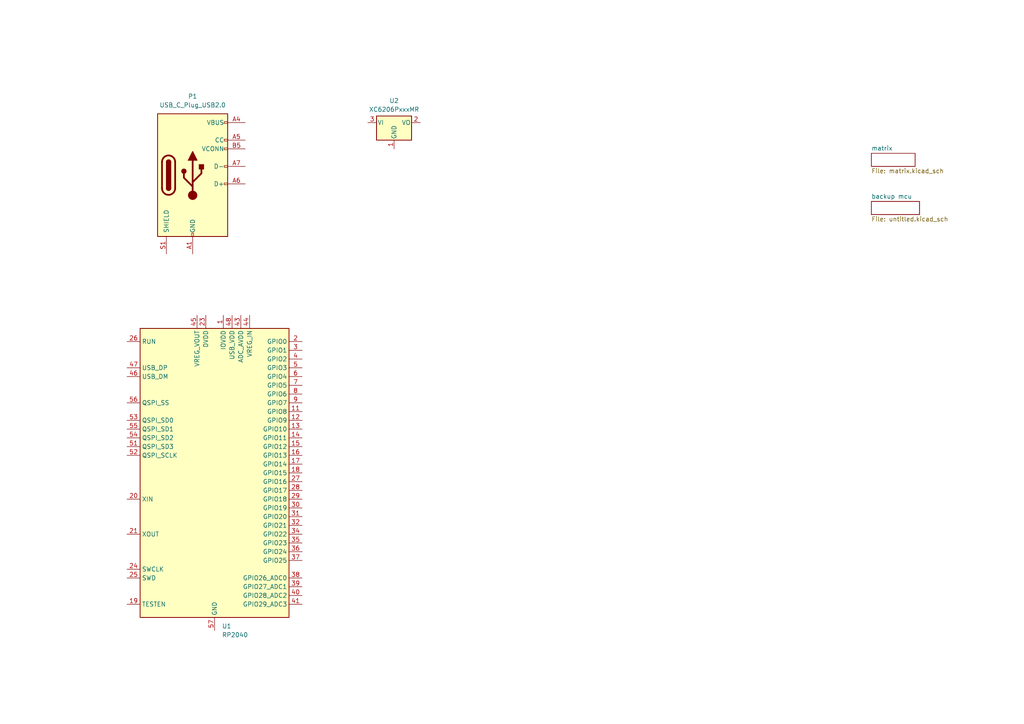
<source format=kicad_sch>
(kicad_sch (version 20250114) (generator "eeschema") (generator_version "9.0")
  (paper "A4")
  (lib_symbols
    (symbol "Connector:USB_C_Plug_USB2.0" (pin_names (offset 1.016))
      (property "Reference" "P" (at -10.16 19.05 0))
      (property "Value" "USB_C_Plug_USB2.0" (at 12.7 19.05 0))
      (symbol "USB_C_Plug_USB2.0_0_0"
        (rectangle (start -0.254 -17.78) (end 0.254 -16.764))
        (rectangle (start 10.16 15.494) (end 9.144 14.986))
        (rectangle (start 10.16 10.414) (end 9.144 9.906))
        (rectangle (start 10.16 7.874) (end 9.144 7.366))
        (rectangle (start 10.16 2.794) (end 9.144 2.286))
        (rectangle (start 10.16 -2.286) (end 9.144 -2.794))
      )
      (symbol "USB_C_Plug_USB2.0_0_1"
        (rectangle (start -10.16 17.78) (end 10.16 -17.78) (stroke (width 0.254)) (fill (type background)))
        (polyline (pts (xy -8.89 -3.81) (xy -8.89 3.81)) (stroke (width 0.508)))
        (rectangle (start -7.62 -3.81) (end -6.35 3.81) (stroke (width 0.254)) (fill (type outline)))
        (arc (start -7.62 3.81) (mid -6.985 4.4423) (end -6.35 3.81) (stroke (width 0.254)))
        (arc (start -7.62 3.81) (mid -6.985 4.4423) (end -6.35 3.81) (stroke (width 0.254)) (fill (type outline)))
        (arc (start -8.89 3.81) (mid -6.985 5.7067) (end -5.08 3.81) (stroke (width 0.508)))
        (arc (start -5.08 -3.81) (mid -6.985 -5.7067) (end -8.89 -3.81) (stroke (width 0.508)))
        (arc (start -6.35 -3.81) (mid -6.985 -4.4423) (end -7.62 -3.81) (stroke (width 0.254)))
        (arc (start -6.35 -3.81) (mid -6.985 -4.4423) (end -7.62 -3.81) (stroke (width 0.254)) (fill (type outline)))
        (polyline (pts (xy -5.08 3.81) (xy -5.08 -3.81)) (stroke (width 0.508)))
        (circle (center -2.54 1.143) (radius 0.635) (stroke (width 0.254)) (fill (type outline)))
        (polyline (pts (xy -1.27 4.318) (xy 0 6.858) (xy 1.27 4.318) (xy -1.27 4.318)) (stroke (width 0.254)) (fill (type outline)))
        (polyline (pts (xy 0 -2.032) (xy 2.54 0.508) (xy 2.54 1.778)) (stroke (width 0.508)))
        (polyline (pts (xy 0 -3.302) (xy -2.54 -0.762) (xy -2.54 0.508)) (stroke (width 0.508)))
        (polyline (pts (xy 0 -5.842) (xy 0 4.318)) (stroke (width 0.508)))
        (circle (center 0 -5.842) (radius 1.27) (fill (type outline)))
        (rectangle (start 1.905 1.778) (end 3.175 3.048) (stroke (width 0.254)) (fill (type outline)))
      )
      (symbol "USB_C_Plug_USB2.0_1_1"
        (pin passive line (at -7.62 -22.86 90) (length 5.08) (name "SHIELD") (number "S1"))
        (pin passive line (at 0 -22.86 90) (length 5.08) (name "GND") (number "A1"))
        (pin passive line (at 0 -22.86 90) (length 5.08) (hide yes) (name "GND") (number "A12"))
        (pin passive line (at 0 -22.86 90) (length 5.08) (hide yes) (name "GND") (number "B1"))
        (pin passive line (at 0 -22.86 90) (length 5.08) (hide yes) (name "GND") (number "B12"))
        (pin passive line (at 15.24 15.24 180) (length 5.08) (name "VBUS") (number "A4"))
        (pin passive line (at 15.24 15.24 180) (length 5.08) (hide yes) (name "VBUS") (number "A9"))
        (pin passive line (at 15.24 15.24 180) (length 5.08) (hide yes) (name "VBUS") (number "B4"))
        (pin passive line (at 15.24 15.24 180) (length 5.08) (hide yes) (name "VBUS") (number "B9"))
        (pin bidirectional line (at 15.24 10.16 180) (length 5.08) (name "CC") (number "A5"))
        (pin bidirectional line (at 15.24 7.62 180) (length 5.08) (name "VCONN") (number "B5"))
        (pin bidirectional line (at 15.24 2.54 180) (length 5.08) (name "D-") (number "A7"))
        (pin bidirectional line (at 15.24 -2.54 180) (length 5.08) (name "D+") (number "A6"))
      )
    )
    (symbol "MCU_RaspberryPi:RP2040"
      (property "Reference" "U" (at 17.78 45.72 0))
      (property "Value" "RP2040" (at 17.78 43.18 0))
      (symbol "RP2040_0_1"
        (rectangle (start -21.59 41.91) (end 21.59 -41.91) (stroke (width 0.254)) (fill (type background)))
      )
      (symbol "RP2040_1_1"
        (pin input line (at -25.4 38.1 0) (length 3.81) (name "RUN") (number "26"))
        (pin bidirectional line (at -25.4 30.48 0) (length 3.81) (name "USB_DP") (number "47"))
        (pin bidirectional line (at -25.4 27.94 0) (length 3.81) (name "USB_DM") (number "46"))
        (pin bidirectional line (at -25.4 20.32 0) (length 3.81) (name "QSPI_SS") (number "56"))
        (pin bidirectional line (at -25.4 15.24 0) (length 3.81) (name "QSPI_SD0") (number "53"))
        (pin bidirectional line (at -25.4 12.7 0) (length 3.81) (name "QSPI_SD1") (number "55"))
        (pin bidirectional line (at -25.4 10.16 0) (length 3.81) (name "QSPI_SD2") (number "54"))
        (pin bidirectional line (at -25.4 7.62 0) (length 3.81) (name "QSPI_SD3") (number "51"))
        (pin output line (at -25.4 5.08 0) (length 3.81) (name "QSPI_SCLK") (number "52"))
        (pin input line (at -25.4 -7.62 0) (length 3.81) (name "XIN") (number "20"))
        (pin passive line (at -25.4 -17.78 0) (length 3.81) (name "XOUT") (number "21"))
        (pin input line (at -25.4 -27.94 0) (length 3.81) (name "SWCLK") (number "24"))
        (pin bidirectional line (at -25.4 -30.48 0) (length 3.81) (name "SWD") (number "25"))
        (pin input line (at -25.4 -38.1 0) (length 3.81) (name "TESTEN") (number "19"))
        (pin power_out line (at -5.08 45.72 270) (length 3.81) (name "VREG_VOUT") (number "45"))
        (pin power_in line (at -2.54 45.72 270) (length 3.81) (name "DVDD") (number "23"))
        (pin passive line (at -2.54 45.72 270) (length 3.81) (hide yes) (name "DVDD") (number "50"))
        (pin power_in line (at 0 -45.72 90) (length 3.81) (name "GND") (number "57"))
        (pin power_in line (at 2.54 45.72 270) (length 3.81) (name "IOVDD") (number "1"))
        (pin passive line (at 2.54 45.72 270) (length 3.81) (hide yes) (name "IOVDD") (number "10"))
        (pin passive line (at 2.54 45.72 270) (length 3.81) (hide yes) (name "IOVDD") (number "22"))
        (pin passive line (at 2.54 45.72 270) (length 3.81) (hide yes) (name "IOVDD") (number "33"))
        (pin passive line (at 2.54 45.72 270) (length 3.81) (hide yes) (name "IOVDD") (number "42"))
        (pin passive line (at 2.54 45.72 270) (length 3.81) (hide yes) (name "IOVDD") (number "49"))
        (pin power_in line (at 5.08 45.72 270) (length 3.81) (name "USB_VDD") (number "48"))
        (pin power_in line (at 7.62 45.72 270) (length 3.81) (name "ADC_AVDD") (number "43"))
        (pin power_in line (at 10.16 45.72 270) (length 3.81) (name "VREG_IN") (number "44"))
        (pin bidirectional line (at 25.4 38.1 180) (length 3.81) (name "GPIO0") (number "2"))
        (pin bidirectional line (at 25.4 35.56 180) (length 3.81) (name "GPIO1") (number "3"))
        (pin bidirectional line (at 25.4 33.02 180) (length 3.81) (name "GPIO2") (number "4"))
        (pin bidirectional line (at 25.4 30.48 180) (length 3.81) (name "GPIO3") (number "5"))
        (pin bidirectional line (at 25.4 27.94 180) (length 3.81) (name "GPIO4") (number "6"))
        (pin bidirectional line (at 25.4 25.4 180) (length 3.81) (name "GPIO5") (number "7"))
        (pin bidirectional line (at 25.4 22.86 180) (length 3.81) (name "GPIO6") (number "8"))
        (pin bidirectional line (at 25.4 20.32 180) (length 3.81) (name "GPIO7") (number "9"))
        (pin bidirectional line (at 25.4 17.78 180) (length 3.81) (name "GPIO8") (number "11"))
        (pin bidirectional line (at 25.4 15.24 180) (length 3.81) (name "GPIO9") (number "12"))
        (pin bidirectional line (at 25.4 12.7 180) (length 3.81) (name "GPIO10") (number "13"))
        (pin bidirectional line (at 25.4 10.16 180) (length 3.81) (name "GPIO11") (number "14"))
        (pin bidirectional line (at 25.4 7.62 180) (length 3.81) (name "GPIO12") (number "15"))
        (pin bidirectional line (at 25.4 5.08 180) (length 3.81) (name "GPIO13") (number "16"))
        (pin bidirectional line (at 25.4 2.54 180) (length 3.81) (name "GPIO14") (number "17"))
        (pin bidirectional line (at 25.4 0 180) (length 3.81) (name "GPIO15") (number "18"))
        (pin bidirectional line (at 25.4 -2.54 180) (length 3.81) (name "GPIO16") (number "27"))
        (pin bidirectional line (at 25.4 -5.08 180) (length 3.81) (name "GPIO17") (number "28"))
        (pin bidirectional line (at 25.4 -7.62 180) (length 3.81) (name "GPIO18") (number "29"))
        (pin bidirectional line (at 25.4 -10.16 180) (length 3.81) (name "GPIO19") (number "30"))
        (pin bidirectional line (at 25.4 -12.7 180) (length 3.81) (name "GPIO20") (number "31"))
        (pin bidirectional line (at 25.4 -15.24 180) (length 3.81) (name "GPIO21") (number "32"))
        (pin bidirectional line (at 25.4 -17.78 180) (length 3.81) (name "GPIO22") (number "34"))
        (pin bidirectional line (at 25.4 -20.32 180) (length 3.81) (name "GPIO23") (number "35"))
        (pin bidirectional line (at 25.4 -22.86 180) (length 3.81) (name "GPIO24") (number "36"))
        (pin bidirectional line (at 25.4 -25.4 180) (length 3.81) (name "GPIO25") (number "37"))
        (pin bidirectional line (at 25.4 -30.48 180) (length 3.81) (name "GPIO26_ADC0") (number "38"))
        (pin bidirectional line (at 25.4 -33.02 180) (length 3.81) (name "GPIO27_ADC1") (number "39"))
        (pin bidirectional line (at 25.4 -35.56 180) (length 3.81) (name "GPIO28_ADC2") (number "40"))
        (pin bidirectional line (at 25.4 -38.1 180) (length 3.81) (name "GPIO29_ADC3") (number "41"))
      )
    )
    (symbol "Regulator_Linear:XC6206PxxxMR" (pin_names (offset 0.254))
      (property "Reference" "U" (at -3.81 3.175 0))
      (property "Value" "XC6206PxxxMR" (at 0 3.175 0))
      (symbol "XC6206PxxxMR_0_1"
        (rectangle (start -5.08 1.905) (end 5.08 -5.08) (stroke (width 0.254)) (fill (type background)))
      )
      (symbol "XC6206PxxxMR_1_1"
        (pin power_in line (at -7.62 0 0) (length 2.54) (name "VI") (number "3"))
        (pin power_in line (at 0 -7.62 90) (length 2.54) (name "GND") (number "1"))
        (pin power_out line (at 7.62 0 180) (length 2.54) (name "VO") (number "2"))
      )
    )
  )
  (symbol (lib_id "MCU_RaspberryPi:RP2040") (at 62.23 137.16 0) (unit 1)
    (property "Reference" "U1" (at 64.3733 181.61 0) (effects (justify left)))
    (property "Value" "RP2040" (at 64.3733 184.15 0) (effects (justify left)))
    (property "Footprint" "Package_DFN_QFN:QFN-56-1EP_7x7mm_P0.4mm_EP3.2x3.2mm" (effects (hide yes)))
    (property "Datasheet" "https://datasheets.raspberrypi.com/rp2040/rp2040-datasheet.pdf" (effects (hide yes)))
    (property "Description" "A microcontroller by Raspberry Pi" (effects (hide yes)))
  )
  (symbol (lib_id "Connector:USB_C_Plug_USB2.0") (at 55.88 50.8 0) (unit 1)
    (property "Reference" "P1" (at 55.88 27.94 0))
    (property "Value" "USB_C_Plug_USB2.0" (at 55.88 30.48 0))
    (property "Datasheet" "https://www.usb.org/sites/default/files/documents/usb_type-c.zip" (effects (hide yes)))
    (property "Description" "USB 2.0-only Type-C Plug connector" (effects (hide yes)))
  )
  (symbol (lib_id "Regulator_Linear:XC6206PxxxMR") (at 114.3 35.56 0) (unit 1)
    (property "Reference" "U2" (at 114.3 29.21 0))
    (property "Value" "XC6206PxxxMR" (at 114.3 31.75 0))
    (property "Footprint" "Package_TO_SOT_SMD:SOT-23-3" (effects (hide yes)))
    (property "Datasheet" "https://www.torexsemi.com/file/xc6206/XC6206.pdf" (effects (hide yes)))
    (property "Description" "Positive 60-250mA Low Dropout Regulator, Fixed Output, SOT-23" (effects (hide yes)))
  )
  (sheet (at 252.73 58.42) (size 13.97 3.81) (stroke (width 0.1524))
    (property "Sheetname" "backup mcu" (at 252.73 57.7084 0) (effects (justify left bottom)))
    (property "Sheetfile" "untitled.kicad_sch" (at 252.73 62.8146 0) (effects (justify left top)))
  )
  (sheet (at 252.73 44.45) (size 12.7 3.81) (stroke (width 0.1524))
    (property "Sheetname" "matrix" (at 252.73 43.7384 0) (effects (justify left bottom)))
    (property "Sheetfile" "matrix.kicad_sch" (at 252.73 48.8446 0) (effects (justify left top)))
  )
)
</source>
